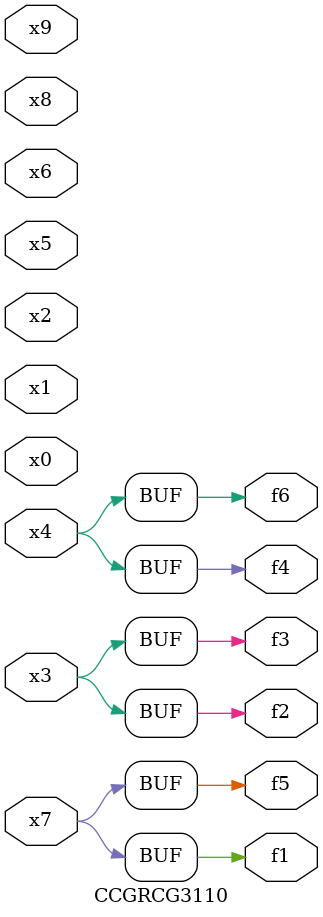
<source format=v>
module CCGRCG3110(
	input x0, x1, x2, x3, x4, x5, x6, x7, x8, x9,
	output f1, f2, f3, f4, f5, f6
);
	assign f1 = x7;
	assign f2 = x3;
	assign f3 = x3;
	assign f4 = x4;
	assign f5 = x7;
	assign f6 = x4;
endmodule

</source>
